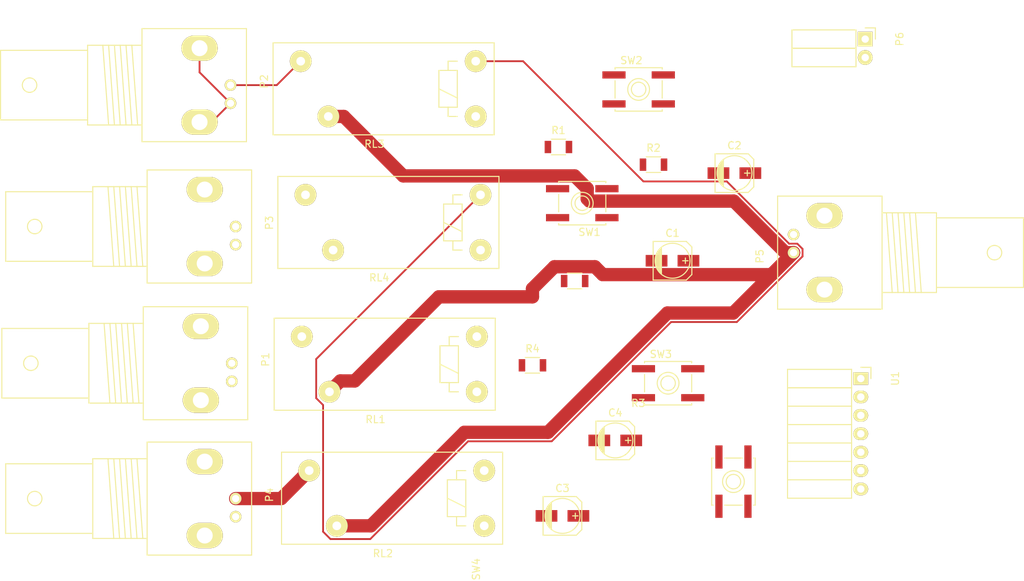
<source format=kicad_pcb>
(kicad_pcb (version 4) (host pcbnew 4.0.1-stable)

  (general
    (links 51)
    (no_connects 51)
    (area 0 0 0 0)
    (thickness 1.6)
    (drawings 0)
    (tracks 54)
    (zones 0)
    (modules 23)
    (nets 26)
  )

  (page A4)
  (layers
    (0 F.Cu signal)
    (31 B.Cu signal)
    (32 B.Adhes user)
    (33 F.Adhes user)
    (34 B.Paste user)
    (35 F.Paste user)
    (36 B.SilkS user)
    (37 F.SilkS user)
    (38 B.Mask user)
    (39 F.Mask user)
    (40 Dwgs.User user)
    (41 Cmts.User user)
    (42 Eco1.User user)
    (43 Eco2.User user)
    (44 Edge.Cuts user)
    (45 Margin user)
    (46 B.CrtYd user)
    (47 F.CrtYd user)
    (48 B.Fab user)
    (49 F.Fab user)
  )

  (setup
    (last_trace_width 1.83)
    (user_trace_width 1.83)
    (trace_clearance 0.2)
    (zone_clearance 0.508)
    (zone_45_only no)
    (trace_min 0.1)
    (segment_width 0.2)
    (edge_width 0.15)
    (via_size 0.6)
    (via_drill 0.4)
    (via_min_size 0.4)
    (via_min_drill 0.3)
    (user_via 2 1.83)
    (uvia_size 0.3)
    (uvia_drill 0.1)
    (uvias_allowed no)
    (uvia_min_size 0.2)
    (uvia_min_drill 0.1)
    (pcb_text_width 0.3)
    (pcb_text_size 1.5 1.5)
    (mod_edge_width 0.15)
    (mod_text_size 1 1)
    (mod_text_width 0.15)
    (pad_size 2.99974 2.99974)
    (pad_drill 1.19888)
    (pad_to_mask_clearance 0.2)
    (aux_axis_origin 0 0)
    (visible_elements FFFFFF7F)
    (pcbplotparams
      (layerselection 0x00030_80000001)
      (usegerberextensions false)
      (excludeedgelayer true)
      (linewidth 0.100000)
      (plotframeref false)
      (viasonmask false)
      (mode 1)
      (useauxorigin false)
      (hpglpennumber 1)
      (hpglpenspeed 20)
      (hpglpendiameter 15)
      (hpglpenoverlay 2)
      (psnegative false)
      (psa4output false)
      (plotreference true)
      (plotvalue true)
      (plotinvisibletext false)
      (padsonsilk false)
      (subtractmaskfromsilk false)
      (outputformat 1)
      (mirror false)
      (drillshape 1)
      (scaleselection 1)
      (outputdirectory ""))
  )

  (net 0 "")
  (net 1 "Net-(C1-Pad1)")
  (net 2 "Net-(C2-Pad1)")
  (net 3 "Net-(C2-Pad2)")
  (net 4 "Net-(C3-Pad1)")
  (net 5 "Net-(C4-Pad1)")
  (net 6 "Net-(P1-Pad2)")
  (net 7 "Net-(P1-Pad1)")
  (net 8 "Net-(P2-Pad1)")
  (net 9 "Net-(P3-Pad1)")
  (net 10 "Net-(P4-Pad1)")
  (net 11 "Net-(P5-Pad1)")
  (net 12 "Net-(R1-Pad2)")
  (net 13 "Net-(R2-Pad2)")
  (net 14 "Net-(R3-Pad2)")
  (net 15 "Net-(R4-Pad1)")
  (net 16 "Net-(R4-Pad2)")
  (net 17 "Net-(RL1-PadA2)")
  (net 18 "Net-(SW1-Pad2)")
  (net 19 "Net-(SW2-Pad2)")
  (net 20 "Net-(SW3-Pad1)")
  (net 21 "Net-(SW4-Pad2)")
  (net 22 GND)
  (net 23 "Net-(U1-Pad6)")
  (net 24 +12V)
  (net 25 "Net-(R5-Pad2)")

  (net_class Default "This is the default net class."
    (clearance 0.2)
    (trace_width 0.25)
    (via_dia 0.6)
    (via_drill 0.4)
    (uvia_dia 0.3)
    (uvia_drill 0.1)
    (add_net +12V)
    (add_net GND)
    (add_net "Net-(C1-Pad1)")
    (add_net "Net-(C2-Pad1)")
    (add_net "Net-(C2-Pad2)")
    (add_net "Net-(C3-Pad1)")
    (add_net "Net-(C4-Pad1)")
    (add_net "Net-(P1-Pad1)")
    (add_net "Net-(P1-Pad2)")
    (add_net "Net-(P2-Pad1)")
    (add_net "Net-(P3-Pad1)")
    (add_net "Net-(P4-Pad1)")
    (add_net "Net-(P5-Pad1)")
    (add_net "Net-(R1-Pad2)")
    (add_net "Net-(R2-Pad2)")
    (add_net "Net-(R3-Pad2)")
    (add_net "Net-(R4-Pad1)")
    (add_net "Net-(R4-Pad2)")
    (add_net "Net-(R5-Pad2)")
    (add_net "Net-(RL1-PadA2)")
    (add_net "Net-(SW1-Pad2)")
    (add_net "Net-(SW2-Pad2)")
    (add_net "Net-(SW3-Pad1)")
    (add_net "Net-(SW4-Pad2)")
    (add_net "Net-(U1-Pad6)")
  )

  (net_class rf50ohm18u ""
    (clearance 2)
    (trace_width 1.83)
    (via_dia 2)
    (via_drill 1.83)
    (uvia_dia 0.3)
    (uvia_drill 0.1)
  )

  (module Capacitors_SMD:c_elec_5x5.3 (layer F.Cu) (tedit 55725CA0) (tstamp 56CF7CA9)
    (at 185.166 97.9424)
    (descr "SMT capacitor, aluminium electrolytic, 5x5.3")
    (path /56CF8A87)
    (attr smd)
    (fp_text reference C1 (at 0 -3.81) (layer F.SilkS)
      (effects (font (size 1 1) (thickness 0.15)))
    )
    (fp_text value CP (at 0 3.81) (layer F.Fab)
      (effects (font (size 1 1) (thickness 0.15)))
    )
    (fp_line (start -3.95 -3) (end 3.95 -3) (layer F.CrtYd) (width 0.05))
    (fp_line (start 3.95 -3) (end 3.95 3) (layer F.CrtYd) (width 0.05))
    (fp_line (start 3.95 3) (end -3.95 3) (layer F.CrtYd) (width 0.05))
    (fp_line (start -3.95 3) (end -3.95 -3) (layer F.CrtYd) (width 0.05))
    (fp_line (start -2.286 -0.635) (end -2.286 0.762) (layer F.SilkS) (width 0.15))
    (fp_line (start -2.159 -0.889) (end -2.159 0.889) (layer F.SilkS) (width 0.15))
    (fp_line (start -2.032 -1.27) (end -2.032 1.27) (layer F.SilkS) (width 0.15))
    (fp_line (start -1.905 1.397) (end -1.905 -1.397) (layer F.SilkS) (width 0.15))
    (fp_line (start -1.778 -1.524) (end -1.778 1.524) (layer F.SilkS) (width 0.15))
    (fp_line (start -1.651 1.651) (end -1.651 -1.651) (layer F.SilkS) (width 0.15))
    (fp_line (start -1.524 -1.778) (end -1.524 1.778) (layer F.SilkS) (width 0.15))
    (fp_line (start -2.667 -2.667) (end 1.905 -2.667) (layer F.SilkS) (width 0.15))
    (fp_line (start 1.905 -2.667) (end 2.667 -1.905) (layer F.SilkS) (width 0.15))
    (fp_line (start 2.667 -1.905) (end 2.667 1.905) (layer F.SilkS) (width 0.15))
    (fp_line (start 2.667 1.905) (end 1.905 2.667) (layer F.SilkS) (width 0.15))
    (fp_line (start 1.905 2.667) (end -2.667 2.667) (layer F.SilkS) (width 0.15))
    (fp_line (start -2.667 2.667) (end -2.667 -2.667) (layer F.SilkS) (width 0.15))
    (fp_line (start 2.159 0) (end 1.397 0) (layer F.SilkS) (width 0.15))
    (fp_line (start 1.778 -0.381) (end 1.778 0.381) (layer F.SilkS) (width 0.15))
    (fp_circle (center 0 0) (end -2.413 0) (layer F.SilkS) (width 0.15))
    (pad 1 smd rect (at 2.19964 0) (size 2.99974 1.6002) (layers F.Cu F.Paste F.Mask)
      (net 1 "Net-(C1-Pad1)"))
    (pad 2 smd rect (at -2.19964 0) (size 2.99974 1.6002) (layers F.Cu F.Paste F.Mask)
      (net 22 GND))
    (model Capacitors_SMD.3dshapes/c_elec_5x5.3.wrl
      (at (xyz 0 0 0))
      (scale (xyz 1 1 1))
      (rotate (xyz 0 0 0))
    )
  )

  (module Capacitors_SMD:c_elec_5x5.3 (layer F.Cu) (tedit 55725CA0) (tstamp 56CF7CAF)
    (at 193.7004 85.852)
    (descr "SMT capacitor, aluminium electrolytic, 5x5.3")
    (path /56CF8A11)
    (attr smd)
    (fp_text reference C2 (at 0 -3.81) (layer F.SilkS)
      (effects (font (size 1 1) (thickness 0.15)))
    )
    (fp_text value CP (at 0 3.81) (layer F.Fab)
      (effects (font (size 1 1) (thickness 0.15)))
    )
    (fp_line (start -3.95 -3) (end 3.95 -3) (layer F.CrtYd) (width 0.05))
    (fp_line (start 3.95 -3) (end 3.95 3) (layer F.CrtYd) (width 0.05))
    (fp_line (start 3.95 3) (end -3.95 3) (layer F.CrtYd) (width 0.05))
    (fp_line (start -3.95 3) (end -3.95 -3) (layer F.CrtYd) (width 0.05))
    (fp_line (start -2.286 -0.635) (end -2.286 0.762) (layer F.SilkS) (width 0.15))
    (fp_line (start -2.159 -0.889) (end -2.159 0.889) (layer F.SilkS) (width 0.15))
    (fp_line (start -2.032 -1.27) (end -2.032 1.27) (layer F.SilkS) (width 0.15))
    (fp_line (start -1.905 1.397) (end -1.905 -1.397) (layer F.SilkS) (width 0.15))
    (fp_line (start -1.778 -1.524) (end -1.778 1.524) (layer F.SilkS) (width 0.15))
    (fp_line (start -1.651 1.651) (end -1.651 -1.651) (layer F.SilkS) (width 0.15))
    (fp_line (start -1.524 -1.778) (end -1.524 1.778) (layer F.SilkS) (width 0.15))
    (fp_line (start -2.667 -2.667) (end 1.905 -2.667) (layer F.SilkS) (width 0.15))
    (fp_line (start 1.905 -2.667) (end 2.667 -1.905) (layer F.SilkS) (width 0.15))
    (fp_line (start 2.667 -1.905) (end 2.667 1.905) (layer F.SilkS) (width 0.15))
    (fp_line (start 2.667 1.905) (end 1.905 2.667) (layer F.SilkS) (width 0.15))
    (fp_line (start 1.905 2.667) (end -2.667 2.667) (layer F.SilkS) (width 0.15))
    (fp_line (start -2.667 2.667) (end -2.667 -2.667) (layer F.SilkS) (width 0.15))
    (fp_line (start 2.159 0) (end 1.397 0) (layer F.SilkS) (width 0.15))
    (fp_line (start 1.778 -0.381) (end 1.778 0.381) (layer F.SilkS) (width 0.15))
    (fp_circle (center 0 0) (end -2.413 0) (layer F.SilkS) (width 0.15))
    (pad 1 smd rect (at 2.19964 0) (size 2.99974 1.6002) (layers F.Cu F.Paste F.Mask)
      (net 2 "Net-(C2-Pad1)"))
    (pad 2 smd rect (at -2.19964 0) (size 2.99974 1.6002) (layers F.Cu F.Paste F.Mask)
      (net 3 "Net-(C2-Pad2)"))
    (model Capacitors_SMD.3dshapes/c_elec_5x5.3.wrl
      (at (xyz 0 0 0))
      (scale (xyz 1 1 1))
      (rotate (xyz 0 0 0))
    )
  )

  (module Capacitors_SMD:c_elec_5x5.3 (layer F.Cu) (tedit 55725CA0) (tstamp 56CF7CB5)
    (at 169.99204 133.1468)
    (descr "SMT capacitor, aluminium electrolytic, 5x5.3")
    (path /56CF8A49)
    (attr smd)
    (fp_text reference C3 (at 0 -3.81) (layer F.SilkS)
      (effects (font (size 1 1) (thickness 0.15)))
    )
    (fp_text value CP (at 1.84404 5.3848) (layer F.Fab)
      (effects (font (size 1 1) (thickness 0.15)))
    )
    (fp_line (start -3.95 -3) (end 3.95 -3) (layer F.CrtYd) (width 0.05))
    (fp_line (start 3.95 -3) (end 3.95 3) (layer F.CrtYd) (width 0.05))
    (fp_line (start 3.95 3) (end -3.95 3) (layer F.CrtYd) (width 0.05))
    (fp_line (start -3.95 3) (end -3.95 -3) (layer F.CrtYd) (width 0.05))
    (fp_line (start -2.286 -0.635) (end -2.286 0.762) (layer F.SilkS) (width 0.15))
    (fp_line (start -2.159 -0.889) (end -2.159 0.889) (layer F.SilkS) (width 0.15))
    (fp_line (start -2.032 -1.27) (end -2.032 1.27) (layer F.SilkS) (width 0.15))
    (fp_line (start -1.905 1.397) (end -1.905 -1.397) (layer F.SilkS) (width 0.15))
    (fp_line (start -1.778 -1.524) (end -1.778 1.524) (layer F.SilkS) (width 0.15))
    (fp_line (start -1.651 1.651) (end -1.651 -1.651) (layer F.SilkS) (width 0.15))
    (fp_line (start -1.524 -1.778) (end -1.524 1.778) (layer F.SilkS) (width 0.15))
    (fp_line (start -2.667 -2.667) (end 1.905 -2.667) (layer F.SilkS) (width 0.15))
    (fp_line (start 1.905 -2.667) (end 2.667 -1.905) (layer F.SilkS) (width 0.15))
    (fp_line (start 2.667 -1.905) (end 2.667 1.905) (layer F.SilkS) (width 0.15))
    (fp_line (start 2.667 1.905) (end 1.905 2.667) (layer F.SilkS) (width 0.15))
    (fp_line (start 1.905 2.667) (end -2.667 2.667) (layer F.SilkS) (width 0.15))
    (fp_line (start -2.667 2.667) (end -2.667 -2.667) (layer F.SilkS) (width 0.15))
    (fp_line (start 2.159 0) (end 1.397 0) (layer F.SilkS) (width 0.15))
    (fp_line (start 1.778 -0.381) (end 1.778 0.381) (layer F.SilkS) (width 0.15))
    (fp_circle (center 0 0) (end -2.413 0) (layer F.SilkS) (width 0.15))
    (pad 1 smd rect (at 2.19964 0) (size 2.99974 1.6002) (layers F.Cu F.Paste F.Mask)
      (net 4 "Net-(C3-Pad1)"))
    (pad 2 smd rect (at -2.19964 0) (size 2.99974 1.6002) (layers F.Cu F.Paste F.Mask)
      (net 22 GND))
    (model Capacitors_SMD.3dshapes/c_elec_5x5.3.wrl
      (at (xyz 0 0 0))
      (scale (xyz 1 1 1))
      (rotate (xyz 0 0 0))
    )
  )

  (module Capacitors_SMD:c_elec_5x5.3 (layer F.Cu) (tedit 55725CA0) (tstamp 56CF7CBB)
    (at 177.27676 122.7328)
    (descr "SMT capacitor, aluminium electrolytic, 5x5.3")
    (path /56CF8961)
    (attr smd)
    (fp_text reference C4 (at 0 -3.81) (layer F.SilkS)
      (effects (font (size 1 1) (thickness 0.15)))
    )
    (fp_text value CP (at 0 3.81) (layer F.Fab)
      (effects (font (size 1 1) (thickness 0.15)))
    )
    (fp_line (start -3.95 -3) (end 3.95 -3) (layer F.CrtYd) (width 0.05))
    (fp_line (start 3.95 -3) (end 3.95 3) (layer F.CrtYd) (width 0.05))
    (fp_line (start 3.95 3) (end -3.95 3) (layer F.CrtYd) (width 0.05))
    (fp_line (start -3.95 3) (end -3.95 -3) (layer F.CrtYd) (width 0.05))
    (fp_line (start -2.286 -0.635) (end -2.286 0.762) (layer F.SilkS) (width 0.15))
    (fp_line (start -2.159 -0.889) (end -2.159 0.889) (layer F.SilkS) (width 0.15))
    (fp_line (start -2.032 -1.27) (end -2.032 1.27) (layer F.SilkS) (width 0.15))
    (fp_line (start -1.905 1.397) (end -1.905 -1.397) (layer F.SilkS) (width 0.15))
    (fp_line (start -1.778 -1.524) (end -1.778 1.524) (layer F.SilkS) (width 0.15))
    (fp_line (start -1.651 1.651) (end -1.651 -1.651) (layer F.SilkS) (width 0.15))
    (fp_line (start -1.524 -1.778) (end -1.524 1.778) (layer F.SilkS) (width 0.15))
    (fp_line (start -2.667 -2.667) (end 1.905 -2.667) (layer F.SilkS) (width 0.15))
    (fp_line (start 1.905 -2.667) (end 2.667 -1.905) (layer F.SilkS) (width 0.15))
    (fp_line (start 2.667 -1.905) (end 2.667 1.905) (layer F.SilkS) (width 0.15))
    (fp_line (start 2.667 1.905) (end 1.905 2.667) (layer F.SilkS) (width 0.15))
    (fp_line (start 1.905 2.667) (end -2.667 2.667) (layer F.SilkS) (width 0.15))
    (fp_line (start -2.667 2.667) (end -2.667 -2.667) (layer F.SilkS) (width 0.15))
    (fp_line (start 2.159 0) (end 1.397 0) (layer F.SilkS) (width 0.15))
    (fp_line (start 1.778 -0.381) (end 1.778 0.381) (layer F.SilkS) (width 0.15))
    (fp_circle (center 0 0) (end -2.413 0) (layer F.SilkS) (width 0.15))
    (pad 1 smd rect (at 2.19964 0) (size 2.99974 1.6002) (layers F.Cu F.Paste F.Mask)
      (net 5 "Net-(C4-Pad1)"))
    (pad 2 smd rect (at -2.19964 0) (size 2.99974 1.6002) (layers F.Cu F.Paste F.Mask)
      (net 22 GND))
    (model Capacitors_SMD.3dshapes/c_elec_5x5.3.wrl
      (at (xyz 0 0 0))
      (scale (xyz 1 1 1))
      (rotate (xyz 0 0 0))
    )
  )

  (module Sockets_BNC:BNC_Socket_TYCO-AMP (layer F.Cu) (tedit 0) (tstamp 56CF7CC3)
    (at 119.4054 112.08512 90)
    (descr "BNC Socket TYCO AMP")
    (tags "BNC Socket TYCO AMP")
    (path /56CCDF98)
    (fp_text reference P1 (at 0.508 9.652 90) (layer F.SilkS)
      (effects (font (size 1 1) (thickness 0.15)))
    )
    (fp_text value BNC (at 10.89914 -9.6012 180) (layer F.Fab)
      (effects (font (size 1 1) (thickness 0.15)))
    )
    (fp_line (start -5.4991 -11.80084) (end 5.4991 -12.60094) (layer F.SilkS) (width 0.15))
    (fp_line (start -5.4991 -11.00074) (end 5.4991 -11.80084) (layer F.SilkS) (width 0.15))
    (fp_line (start -5.4991 -10.20064) (end 5.4991 -11.00074) (layer F.SilkS) (width 0.15))
    (fp_line (start -5.4991 -9.40054) (end 5.4991 -10.20064) (layer F.SilkS) (width 0.15))
    (fp_line (start -5.4991 -8.60044) (end 5.4991 -9.40054) (layer F.SilkS) (width 0.15))
    (fp_line (start -5.4991 -7.80034) (end 5.4991 -8.60044) (layer F.SilkS) (width 0.15))
    (fp_circle (center 0 -22.69998) (end 1.00076 -22.69998) (layer F.SilkS) (width 0.15))
    (fp_line (start 4.8006 -14.69898) (end 4.8006 -26.70048) (layer F.SilkS) (width 0.15))
    (fp_line (start 4.8006 -26.70048) (end -4.8006 -26.70048) (layer F.SilkS) (width 0.15))
    (fp_line (start -4.8006 -26.70048) (end -4.8006 -14.69898) (layer F.SilkS) (width 0.15))
    (fp_line (start 5.4991 -7.2009) (end 5.4991 -14.69898) (layer F.SilkS) (width 0.15))
    (fp_line (start 5.4991 -14.69898) (end -5.4991 -14.69898) (layer F.SilkS) (width 0.15))
    (fp_line (start -5.4991 -14.69898) (end -5.4991 -7.2009) (layer F.SilkS) (width 0.15))
    (fp_line (start -7.80034 7.2009) (end 7.80034 7.2009) (layer F.SilkS) (width 0.15))
    (fp_line (start 7.80034 7.2009) (end 7.80034 -7.2009) (layer F.SilkS) (width 0.15))
    (fp_line (start 7.80034 -7.2009) (end -7.80034 -7.2009) (layer F.SilkS) (width 0.15))
    (fp_line (start -7.80034 -7.2009) (end -7.80034 7.2009) (layer F.SilkS) (width 0.15))
    (pad 2 thru_hole oval (at -5.09778 0.7366 90) (size 3.50012 5.00126) (drill 2.19964) (layers *.Cu *.Mask F.SilkS)
      (net 6 "Net-(P1-Pad2)"))
    (pad 2 thru_hole oval (at 5.10032 0.7366 90) (size 3.50012 5.00126) (drill 2.19964) (layers *.Cu *.Mask F.SilkS)
      (net 6 "Net-(P1-Pad2)"))
    (pad 1 thru_hole circle (at 0 5.00126 90) (size 1.6002 1.6002) (drill 1.00076) (layers *.Cu *.Mask F.SilkS)
      (net 7 "Net-(P1-Pad1)"))
    (pad 2 thru_hole circle (at -2.49936 5.00126 90) (size 1.6002 1.6002) (drill 1.00076) (layers *.Cu *.Mask F.SilkS)
      (net 6 "Net-(P1-Pad2)"))
    (model Sockets_BNC.3dshapes/BNC_Socket_TYCO-AMP.wrl
      (at (xyz 0 0 0))
      (scale (xyz 0.3937 0.3937 0.3937))
      (rotate (xyz 0 0 0))
    )
  )

  (module Sockets_BNC:BNC_Socket_TYCO-AMP (layer F.Cu) (tedit 0) (tstamp 56CF7CCB)
    (at 119.2276 73.7108 90)
    (descr "BNC Socket TYCO AMP")
    (tags "BNC Socket TYCO AMP")
    (path /56CCDF36)
    (fp_text reference P2 (at 0.508 9.652 90) (layer F.SilkS)
      (effects (font (size 1 1) (thickness 0.15)))
    )
    (fp_text value BNC (at 10.89914 -9.6012 180) (layer F.Fab)
      (effects (font (size 1 1) (thickness 0.15)))
    )
    (fp_line (start -5.4991 -11.80084) (end 5.4991 -12.60094) (layer F.SilkS) (width 0.15))
    (fp_line (start -5.4991 -11.00074) (end 5.4991 -11.80084) (layer F.SilkS) (width 0.15))
    (fp_line (start -5.4991 -10.20064) (end 5.4991 -11.00074) (layer F.SilkS) (width 0.15))
    (fp_line (start -5.4991 -9.40054) (end 5.4991 -10.20064) (layer F.SilkS) (width 0.15))
    (fp_line (start -5.4991 -8.60044) (end 5.4991 -9.40054) (layer F.SilkS) (width 0.15))
    (fp_line (start -5.4991 -7.80034) (end 5.4991 -8.60044) (layer F.SilkS) (width 0.15))
    (fp_circle (center 0 -22.69998) (end 1.00076 -22.69998) (layer F.SilkS) (width 0.15))
    (fp_line (start 4.8006 -14.69898) (end 4.8006 -26.70048) (layer F.SilkS) (width 0.15))
    (fp_line (start 4.8006 -26.70048) (end -4.8006 -26.70048) (layer F.SilkS) (width 0.15))
    (fp_line (start -4.8006 -26.70048) (end -4.8006 -14.69898) (layer F.SilkS) (width 0.15))
    (fp_line (start 5.4991 -7.2009) (end 5.4991 -14.69898) (layer F.SilkS) (width 0.15))
    (fp_line (start 5.4991 -14.69898) (end -5.4991 -14.69898) (layer F.SilkS) (width 0.15))
    (fp_line (start -5.4991 -14.69898) (end -5.4991 -7.2009) (layer F.SilkS) (width 0.15))
    (fp_line (start -7.80034 7.2009) (end 7.80034 7.2009) (layer F.SilkS) (width 0.15))
    (fp_line (start 7.80034 7.2009) (end 7.80034 -7.2009) (layer F.SilkS) (width 0.15))
    (fp_line (start 7.80034 -7.2009) (end -7.80034 -7.2009) (layer F.SilkS) (width 0.15))
    (fp_line (start -7.80034 -7.2009) (end -7.80034 7.2009) (layer F.SilkS) (width 0.15))
    (pad 2 thru_hole oval (at -5.09778 0.7366 90) (size 3.50012 5.00126) (drill 2.19964) (layers *.Cu *.Mask F.SilkS)
      (net 6 "Net-(P1-Pad2)"))
    (pad 2 thru_hole oval (at 5.10032 0.7366 90) (size 3.50012 5.00126) (drill 2.19964) (layers *.Cu *.Mask F.SilkS)
      (net 6 "Net-(P1-Pad2)"))
    (pad 1 thru_hole circle (at 0 5.00126 90) (size 1.6002 1.6002) (drill 1.00076) (layers *.Cu *.Mask F.SilkS)
      (net 8 "Net-(P2-Pad1)"))
    (pad 2 thru_hole circle (at -2.49936 5.00126 90) (size 1.6002 1.6002) (drill 1.00076) (layers *.Cu *.Mask F.SilkS)
      (net 6 "Net-(P1-Pad2)"))
    (model Sockets_BNC.3dshapes/BNC_Socket_TYCO-AMP.wrl
      (at (xyz 0 0 0))
      (scale (xyz 0.3937 0.3937 0.3937))
      (rotate (xyz 0 0 0))
    )
  )

  (module Sockets_BNC:BNC_Socket_TYCO-AMP (layer F.Cu) (tedit 0) (tstamp 56CF7CD3)
    (at 119.9388 93.218 90)
    (descr "BNC Socket TYCO AMP")
    (tags "BNC Socket TYCO AMP")
    (path /56CCDECF)
    (fp_text reference P3 (at 0.508 9.652 90) (layer F.SilkS)
      (effects (font (size 1 1) (thickness 0.15)))
    )
    (fp_text value BNC (at 10.89914 -9.6012 180) (layer F.Fab)
      (effects (font (size 1 1) (thickness 0.15)))
    )
    (fp_line (start -5.4991 -11.80084) (end 5.4991 -12.60094) (layer F.SilkS) (width 0.15))
    (fp_line (start -5.4991 -11.00074) (end 5.4991 -11.80084) (layer F.SilkS) (width 0.15))
    (fp_line (start -5.4991 -10.20064) (end 5.4991 -11.00074) (layer F.SilkS) (width 0.15))
    (fp_line (start -5.4991 -9.40054) (end 5.4991 -10.20064) (layer F.SilkS) (width 0.15))
    (fp_line (start -5.4991 -8.60044) (end 5.4991 -9.40054) (layer F.SilkS) (width 0.15))
    (fp_line (start -5.4991 -7.80034) (end 5.4991 -8.60044) (layer F.SilkS) (width 0.15))
    (fp_circle (center 0 -22.69998) (end 1.00076 -22.69998) (layer F.SilkS) (width 0.15))
    (fp_line (start 4.8006 -14.69898) (end 4.8006 -26.70048) (layer F.SilkS) (width 0.15))
    (fp_line (start 4.8006 -26.70048) (end -4.8006 -26.70048) (layer F.SilkS) (width 0.15))
    (fp_line (start -4.8006 -26.70048) (end -4.8006 -14.69898) (layer F.SilkS) (width 0.15))
    (fp_line (start 5.4991 -7.2009) (end 5.4991 -14.69898) (layer F.SilkS) (width 0.15))
    (fp_line (start 5.4991 -14.69898) (end -5.4991 -14.69898) (layer F.SilkS) (width 0.15))
    (fp_line (start -5.4991 -14.69898) (end -5.4991 -7.2009) (layer F.SilkS) (width 0.15))
    (fp_line (start -7.80034 7.2009) (end 7.80034 7.2009) (layer F.SilkS) (width 0.15))
    (fp_line (start 7.80034 7.2009) (end 7.80034 -7.2009) (layer F.SilkS) (width 0.15))
    (fp_line (start 7.80034 -7.2009) (end -7.80034 -7.2009) (layer F.SilkS) (width 0.15))
    (fp_line (start -7.80034 -7.2009) (end -7.80034 7.2009) (layer F.SilkS) (width 0.15))
    (pad 2 thru_hole oval (at -5.09778 0.7366 90) (size 3.50012 5.00126) (drill 2.19964) (layers *.Cu *.Mask F.SilkS)
      (net 6 "Net-(P1-Pad2)"))
    (pad 2 thru_hole oval (at 5.10032 0.7366 90) (size 3.50012 5.00126) (drill 2.19964) (layers *.Cu *.Mask F.SilkS)
      (net 6 "Net-(P1-Pad2)"))
    (pad 1 thru_hole circle (at 0 5.00126 90) (size 1.6002 1.6002) (drill 1.00076) (layers *.Cu *.Mask F.SilkS)
      (net 9 "Net-(P3-Pad1)"))
    (pad 2 thru_hole circle (at -2.49936 5.00126 90) (size 1.6002 1.6002) (drill 1.00076) (layers *.Cu *.Mask F.SilkS)
      (net 6 "Net-(P1-Pad2)"))
    (model Sockets_BNC.3dshapes/BNC_Socket_TYCO-AMP.wrl
      (at (xyz 0 0 0))
      (scale (xyz 0.3937 0.3937 0.3937))
      (rotate (xyz 0 0 0))
    )
  )

  (module Sockets_BNC:BNC_Socket_TYCO-AMP (layer F.Cu) (tedit 0) (tstamp 56CF7CDB)
    (at 119.9388 130.7592 90)
    (descr "BNC Socket TYCO AMP")
    (tags "BNC Socket TYCO AMP")
    (path /56CCDFED)
    (fp_text reference P4 (at 0.508 9.652 90) (layer F.SilkS)
      (effects (font (size 1 1) (thickness 0.15)))
    )
    (fp_text value BNC (at 10.89914 -9.6012 180) (layer F.Fab)
      (effects (font (size 1 1) (thickness 0.15)))
    )
    (fp_line (start -5.4991 -11.80084) (end 5.4991 -12.60094) (layer F.SilkS) (width 0.15))
    (fp_line (start -5.4991 -11.00074) (end 5.4991 -11.80084) (layer F.SilkS) (width 0.15))
    (fp_line (start -5.4991 -10.20064) (end 5.4991 -11.00074) (layer F.SilkS) (width 0.15))
    (fp_line (start -5.4991 -9.40054) (end 5.4991 -10.20064) (layer F.SilkS) (width 0.15))
    (fp_line (start -5.4991 -8.60044) (end 5.4991 -9.40054) (layer F.SilkS) (width 0.15))
    (fp_line (start -5.4991 -7.80034) (end 5.4991 -8.60044) (layer F.SilkS) (width 0.15))
    (fp_circle (center 0 -22.69998) (end 1.00076 -22.69998) (layer F.SilkS) (width 0.15))
    (fp_line (start 4.8006 -14.69898) (end 4.8006 -26.70048) (layer F.SilkS) (width 0.15))
    (fp_line (start 4.8006 -26.70048) (end -4.8006 -26.70048) (layer F.SilkS) (width 0.15))
    (fp_line (start -4.8006 -26.70048) (end -4.8006 -14.69898) (layer F.SilkS) (width 0.15))
    (fp_line (start 5.4991 -7.2009) (end 5.4991 -14.69898) (layer F.SilkS) (width 0.15))
    (fp_line (start 5.4991 -14.69898) (end -5.4991 -14.69898) (layer F.SilkS) (width 0.15))
    (fp_line (start -5.4991 -14.69898) (end -5.4991 -7.2009) (layer F.SilkS) (width 0.15))
    (fp_line (start -7.80034 7.2009) (end 7.80034 7.2009) (layer F.SilkS) (width 0.15))
    (fp_line (start 7.80034 7.2009) (end 7.80034 -7.2009) (layer F.SilkS) (width 0.15))
    (fp_line (start 7.80034 -7.2009) (end -7.80034 -7.2009) (layer F.SilkS) (width 0.15))
    (fp_line (start -7.80034 -7.2009) (end -7.80034 7.2009) (layer F.SilkS) (width 0.15))
    (pad 2 thru_hole oval (at -5.09778 0.7366 90) (size 3.50012 5.00126) (drill 2.19964) (layers *.Cu *.Mask F.SilkS)
      (net 6 "Net-(P1-Pad2)"))
    (pad 2 thru_hole oval (at 5.10032 0.7366 90) (size 3.50012 5.00126) (drill 2.19964) (layers *.Cu *.Mask F.SilkS)
      (net 6 "Net-(P1-Pad2)"))
    (pad 1 thru_hole circle (at 0 5.00126 90) (size 1.6002 1.6002) (drill 1.00076) (layers *.Cu *.Mask F.SilkS)
      (net 10 "Net-(P4-Pad1)"))
    (pad 2 thru_hole circle (at -2.49936 5.00126 90) (size 1.6002 1.6002) (drill 1.00076) (layers *.Cu *.Mask F.SilkS)
      (net 6 "Net-(P1-Pad2)"))
    (model Sockets_BNC.3dshapes/BNC_Socket_TYCO-AMP.wrl
      (at (xyz 0 0 0))
      (scale (xyz 0.3937 0.3937 0.3937))
      (rotate (xyz 0 0 0))
    )
  )

  (module Sockets_BNC:BNC_Socket_TYCO-AMP (layer F.Cu) (tedit 0) (tstamp 56CF7CE3)
    (at 206.8576 96.8248 270)
    (descr "BNC Socket TYCO AMP")
    (tags "BNC Socket TYCO AMP")
    (path /56CCDDFB)
    (fp_text reference P5 (at 0.508 9.652 270) (layer F.SilkS)
      (effects (font (size 1 1) (thickness 0.15)))
    )
    (fp_text value BNC (at 10.89914 -9.6012 360) (layer F.Fab)
      (effects (font (size 1 1) (thickness 0.15)))
    )
    (fp_line (start -5.4991 -11.80084) (end 5.4991 -12.60094) (layer F.SilkS) (width 0.15))
    (fp_line (start -5.4991 -11.00074) (end 5.4991 -11.80084) (layer F.SilkS) (width 0.15))
    (fp_line (start -5.4991 -10.20064) (end 5.4991 -11.00074) (layer F.SilkS) (width 0.15))
    (fp_line (start -5.4991 -9.40054) (end 5.4991 -10.20064) (layer F.SilkS) (width 0.15))
    (fp_line (start -5.4991 -8.60044) (end 5.4991 -9.40054) (layer F.SilkS) (width 0.15))
    (fp_line (start -5.4991 -7.80034) (end 5.4991 -8.60044) (layer F.SilkS) (width 0.15))
    (fp_circle (center 0 -22.69998) (end 1.00076 -22.69998) (layer F.SilkS) (width 0.15))
    (fp_line (start 4.8006 -14.69898) (end 4.8006 -26.70048) (layer F.SilkS) (width 0.15))
    (fp_line (start 4.8006 -26.70048) (end -4.8006 -26.70048) (layer F.SilkS) (width 0.15))
    (fp_line (start -4.8006 -26.70048) (end -4.8006 -14.69898) (layer F.SilkS) (width 0.15))
    (fp_line (start 5.4991 -7.2009) (end 5.4991 -14.69898) (layer F.SilkS) (width 0.15))
    (fp_line (start 5.4991 -14.69898) (end -5.4991 -14.69898) (layer F.SilkS) (width 0.15))
    (fp_line (start -5.4991 -14.69898) (end -5.4991 -7.2009) (layer F.SilkS) (width 0.15))
    (fp_line (start -7.80034 7.2009) (end 7.80034 7.2009) (layer F.SilkS) (width 0.15))
    (fp_line (start 7.80034 7.2009) (end 7.80034 -7.2009) (layer F.SilkS) (width 0.15))
    (fp_line (start 7.80034 -7.2009) (end -7.80034 -7.2009) (layer F.SilkS) (width 0.15))
    (fp_line (start -7.80034 -7.2009) (end -7.80034 7.2009) (layer F.SilkS) (width 0.15))
    (pad 2 thru_hole oval (at -5.09778 0.7366 270) (size 3.50012 5.00126) (drill 2.19964) (layers *.Cu *.Mask F.SilkS)
      (net 6 "Net-(P1-Pad2)"))
    (pad 2 thru_hole oval (at 5.10032 0.7366 270) (size 3.50012 5.00126) (drill 2.19964) (layers *.Cu *.Mask F.SilkS)
      (net 6 "Net-(P1-Pad2)"))
    (pad 1 thru_hole circle (at 0 5.00126 270) (size 1.6002 1.6002) (drill 1.00076) (layers *.Cu *.Mask F.SilkS)
      (net 11 "Net-(P5-Pad1)"))
    (pad 2 thru_hole circle (at -2.49936 5.00126 270) (size 1.6002 1.6002) (drill 1.00076) (layers *.Cu *.Mask F.SilkS)
      (net 6 "Net-(P1-Pad2)"))
    (model Sockets_BNC.3dshapes/BNC_Socket_TYCO-AMP.wrl
      (at (xyz 0 0 0))
      (scale (xyz 0.3937 0.3937 0.3937))
      (rotate (xyz 0 0 0))
    )
  )

  (module Socket_Strips:Socket_Strip_Angled_1x02 (layer F.Cu) (tedit 0) (tstamp 56CF7CE9)
    (at 211.7344 67.3608 270)
    (descr "Through hole socket strip")
    (tags "socket strip")
    (path /56CF884C)
    (fp_text reference P6 (at 0 -4.75 270) (layer F.SilkS)
      (effects (font (size 1 1) (thickness 0.15)))
    )
    (fp_text value CONN_01X02 (at 0 -2.75 270) (layer F.Fab)
      (effects (font (size 1 1) (thickness 0.15)))
    )
    (fp_line (start -1.75 -1.5) (end -1.75 10.6) (layer F.CrtYd) (width 0.05))
    (fp_line (start 4.3 -1.5) (end 4.3 10.6) (layer F.CrtYd) (width 0.05))
    (fp_line (start -1.75 -1.5) (end 4.3 -1.5) (layer F.CrtYd) (width 0.05))
    (fp_line (start -1.75 10.6) (end 4.3 10.6) (layer F.CrtYd) (width 0.05))
    (fp_line (start 3.81 10.1) (end 3.81 1.27) (layer F.SilkS) (width 0.15))
    (fp_line (start 1.27 10.1) (end 3.81 10.1) (layer F.SilkS) (width 0.15))
    (fp_line (start 1.27 1.27) (end 1.27 10.1) (layer F.SilkS) (width 0.15))
    (fp_line (start 1.27 1.27) (end 3.81 1.27) (layer F.SilkS) (width 0.15))
    (fp_line (start -1.27 1.27) (end 1.27 1.27) (layer F.SilkS) (width 0.15))
    (fp_line (start 0 -1.4) (end -1.55 -1.4) (layer F.SilkS) (width 0.15))
    (fp_line (start -1.55 -1.4) (end -1.55 0) (layer F.SilkS) (width 0.15))
    (fp_line (start -1.27 1.27) (end -1.27 10.1) (layer F.SilkS) (width 0.15))
    (fp_line (start -1.27 10.1) (end 1.27 10.1) (layer F.SilkS) (width 0.15))
    (fp_line (start 1.27 10.1) (end 1.27 1.27) (layer F.SilkS) (width 0.15))
    (pad 1 thru_hole rect (at 0 0 270) (size 2.032 2.032) (drill 1.016) (layers *.Cu *.Mask F.SilkS)
      (net 22 GND))
    (pad 2 thru_hole oval (at 2.54 0 270) (size 2.032 2.032) (drill 1.016) (layers *.Cu *.Mask F.SilkS)
      (net 24 +12V))
    (model Socket_Strips.3dshapes/Socket_Strip_Angled_1x02.wrl
      (at (xyz 0.05 0 0))
      (scale (xyz 1 1 1))
      (rotate (xyz 0 0 180))
    )
  )

  (module Resistors_SMD:R_1206 (layer F.Cu) (tedit 5415CFA7) (tstamp 56CF7CEF)
    (at 169.4412 82.2452)
    (descr "Resistor SMD 1206, reflow soldering, Vishay (see dcrcw.pdf)")
    (tags "resistor 1206")
    (path /56CF98E5)
    (attr smd)
    (fp_text reference R1 (at 0 -2.3) (layer F.SilkS)
      (effects (font (size 1 1) (thickness 0.15)))
    )
    (fp_text value R (at 0 2.3) (layer F.Fab)
      (effects (font (size 1 1) (thickness 0.15)))
    )
    (fp_line (start -2.2 -1.2) (end 2.2 -1.2) (layer F.CrtYd) (width 0.05))
    (fp_line (start -2.2 1.2) (end 2.2 1.2) (layer F.CrtYd) (width 0.05))
    (fp_line (start -2.2 -1.2) (end -2.2 1.2) (layer F.CrtYd) (width 0.05))
    (fp_line (start 2.2 -1.2) (end 2.2 1.2) (layer F.CrtYd) (width 0.05))
    (fp_line (start 1 1.075) (end -1 1.075) (layer F.SilkS) (width 0.15))
    (fp_line (start -1 -1.075) (end 1 -1.075) (layer F.SilkS) (width 0.15))
    (pad 1 smd rect (at -1.45 0) (size 0.9 1.7) (layers F.Cu F.Paste F.Mask)
      (net 1 "Net-(C1-Pad1)"))
    (pad 2 smd rect (at 1.45 0) (size 0.9 1.7) (layers F.Cu F.Paste F.Mask)
      (net 12 "Net-(R1-Pad2)"))
    (model Resistors_SMD.3dshapes/R_1206.wrl
      (at (xyz 0 0 0))
      (scale (xyz 1 1 1))
      (rotate (xyz 0 0 0))
    )
  )

  (module Resistors_SMD:R_1206 (layer F.Cu) (tedit 5415CFA7) (tstamp 56CF7CF5)
    (at 182.5476 84.6836)
    (descr "Resistor SMD 1206, reflow soldering, Vishay (see dcrcw.pdf)")
    (tags "resistor 1206")
    (path /56CF99AA)
    (attr smd)
    (fp_text reference R2 (at 0 -2.3) (layer F.SilkS)
      (effects (font (size 1 1) (thickness 0.15)))
    )
    (fp_text value R (at 0 2.3) (layer F.Fab)
      (effects (font (size 1 1) (thickness 0.15)))
    )
    (fp_line (start -2.2 -1.2) (end 2.2 -1.2) (layer F.CrtYd) (width 0.05))
    (fp_line (start -2.2 1.2) (end 2.2 1.2) (layer F.CrtYd) (width 0.05))
    (fp_line (start -2.2 -1.2) (end -2.2 1.2) (layer F.CrtYd) (width 0.05))
    (fp_line (start 2.2 -1.2) (end 2.2 1.2) (layer F.CrtYd) (width 0.05))
    (fp_line (start 1 1.075) (end -1 1.075) (layer F.SilkS) (width 0.15))
    (fp_line (start -1 -1.075) (end 1 -1.075) (layer F.SilkS) (width 0.15))
    (pad 1 smd rect (at -1.45 0) (size 0.9 1.7) (layers F.Cu F.Paste F.Mask)
      (net 2 "Net-(C2-Pad1)"))
    (pad 2 smd rect (at 1.45 0) (size 0.9 1.7) (layers F.Cu F.Paste F.Mask)
      (net 13 "Net-(R2-Pad2)"))
    (model Resistors_SMD.3dshapes/R_1206.wrl
      (at (xyz 0 0 0))
      (scale (xyz 1 1 1))
      (rotate (xyz 0 0 0))
    )
  )

  (module Resistors_SMD:R_1206 (layer F.Cu) (tedit 5415CFA7) (tstamp 56CF7CFB)
    (at 171.6764 100.7364)
    (descr "Resistor SMD 1206, reflow soldering, Vishay (see dcrcw.pdf)")
    (tags "resistor 1206")
    (path /56CF9A23)
    (attr smd)
    (fp_text reference R3 (at 8.7757 16.8656) (layer F.SilkS)
      (effects (font (size 1 1) (thickness 0.15)))
    )
    (fp_text value R (at 15.1257 9.6012) (layer F.Fab)
      (effects (font (size 1 1) (thickness 0.15)))
    )
    (fp_line (start -2.2 -1.2) (end 2.2 -1.2) (layer F.CrtYd) (width 0.05))
    (fp_line (start -2.2 1.2) (end 2.2 1.2) (layer F.CrtYd) (width 0.05))
    (fp_line (start -2.2 -1.2) (end -2.2 1.2) (layer F.CrtYd) (width 0.05))
    (fp_line (start 2.2 -1.2) (end 2.2 1.2) (layer F.CrtYd) (width 0.05))
    (fp_line (start 1 1.075) (end -1 1.075) (layer F.SilkS) (width 0.15))
    (fp_line (start -1 -1.075) (end 1 -1.075) (layer F.SilkS) (width 0.15))
    (pad 1 smd rect (at -1.45 0) (size 0.9 1.7) (layers F.Cu F.Paste F.Mask)
      (net 4 "Net-(C3-Pad1)"))
    (pad 2 smd rect (at 1.45 0) (size 0.9 1.7) (layers F.Cu F.Paste F.Mask)
      (net 14 "Net-(R3-Pad2)"))
    (model Resistors_SMD.3dshapes/R_1206.wrl
      (at (xyz 0 0 0))
      (scale (xyz 1 1 1))
      (rotate (xyz 0 0 0))
    )
  )

  (module Resistors_SMD:R_1206 (layer F.Cu) (tedit 5415CFA7) (tstamp 56CF7D01)
    (at 165.862 112.3696)
    (descr "Resistor SMD 1206, reflow soldering, Vishay (see dcrcw.pdf)")
    (tags "resistor 1206")
    (path /56CF9AF7)
    (attr smd)
    (fp_text reference R4 (at 0 -2.3) (layer F.SilkS)
      (effects (font (size 1 1) (thickness 0.15)))
    )
    (fp_text value R (at 0 2.3) (layer F.Fab)
      (effects (font (size 1 1) (thickness 0.15)))
    )
    (fp_line (start -2.2 -1.2) (end 2.2 -1.2) (layer F.CrtYd) (width 0.05))
    (fp_line (start -2.2 1.2) (end 2.2 1.2) (layer F.CrtYd) (width 0.05))
    (fp_line (start -2.2 -1.2) (end -2.2 1.2) (layer F.CrtYd) (width 0.05))
    (fp_line (start 2.2 -1.2) (end 2.2 1.2) (layer F.CrtYd) (width 0.05))
    (fp_line (start 1 1.075) (end -1 1.075) (layer F.SilkS) (width 0.15))
    (fp_line (start -1 -1.075) (end 1 -1.075) (layer F.SilkS) (width 0.15))
    (pad 1 smd rect (at -1.45 0) (size 0.9 1.7) (layers F.Cu F.Paste F.Mask)
      (net 15 "Net-(R4-Pad1)"))
    (pad 2 smd rect (at 1.45 0) (size 0.9 1.7) (layers F.Cu F.Paste F.Mask)
      (net 16 "Net-(R4-Pad2)"))
    (model Resistors_SMD.3dshapes/R_1206.wrl
      (at (xyz 0 0 0))
      (scale (xyz 1 1 1))
      (rotate (xyz 0 0 0))
    )
  )

  (module Relays_ThroughHole:Relay_SPDT_Schrack-RP-II-1_RM3-5mm (layer F.Cu) (tedit 54C87679) (tstamp 56CF7D09)
    (at 158.1912 108.4072 180)
    (descr "Relay, SPST, Schrack-RP-II/1, RM3.5mm, 8A250VAC")
    (tags "Relay, SPST,  Schrack-RP-II/1, RM3.5mm, 8A 250V AC, Reais. 1 x ein,")
    (path /56CF7E08)
    (fp_text reference RL1 (at 13.97 -11.43 180) (layer F.SilkS)
      (effects (font (size 1 1) (thickness 0.15)))
    )
    (fp_text value RM50-xx21 (at 12.192 3.81 180) (layer F.Fab)
      (effects (font (size 1 1) (thickness 0.15)))
    )
    (fp_line (start 2.54 -5.08) (end 5.08 -3.81) (layer F.SilkS) (width 0.15))
    (fp_line (start 3.81 -1.27) (end 3.81 0) (layer F.SilkS) (width 0.15))
    (fp_line (start 3.81 0) (end 2.54 0) (layer F.SilkS) (width 0.15))
    (fp_line (start 2.54 -7.62) (end 3.81 -7.62) (layer F.SilkS) (width 0.15))
    (fp_line (start 3.81 -7.62) (end 3.81 -6.35) (layer F.SilkS) (width 0.15))
    (fp_line (start 3.81 -6.35) (end 5.08 -6.35) (layer F.SilkS) (width 0.15))
    (fp_line (start 5.08 -6.35) (end 5.08 -1.27) (layer F.SilkS) (width 0.15))
    (fp_line (start 5.08 -1.27) (end 2.54 -1.27) (layer F.SilkS) (width 0.15))
    (fp_line (start 2.54 -1.27) (end 2.54 -6.35) (layer F.SilkS) (width 0.15))
    (fp_line (start 2.54 -6.35) (end 3.81 -6.35) (layer F.SilkS) (width 0.15))
    (fp_line (start -2.54 -10.16) (end 27.94 -10.16) (layer F.SilkS) (width 0.15))
    (fp_line (start 27.94 -10.16) (end 27.94 2.54) (layer F.SilkS) (width 0.15))
    (fp_line (start 27.94 2.54) (end -2.54 2.54) (layer F.SilkS) (width 0.15))
    (fp_line (start -2.54 2.54) (end -2.54 -10.16) (layer F.SilkS) (width 0.15))
    (pad A1 thru_hole circle (at 0 -7.62 180) (size 2.99974 2.99974) (drill 1.19888) (layers *.Cu *.Mask F.SilkS)
      (net 1 "Net-(C1-Pad1)"))
    (pad A2 thru_hole circle (at 0 0 180) (size 2.99974 2.99974) (drill 1.19888) (layers *.Cu *.Mask F.SilkS)
      (net 17 "Net-(RL1-PadA2)"))
    (pad 11 thru_hole circle (at 20.32 -7.62 180) (size 2.99974 2.99974) (drill 1.19888) (layers *.Cu *.Mask F.SilkS)
      (net 11 "Net-(P5-Pad1)"))
    (pad 14 thru_hole circle (at 24.13 0 180) (size 2.99974 2.99974) (drill 1.19888) (layers *.Cu *.Mask F.SilkS)
      (net 7 "Net-(P1-Pad1)"))
  )

  (module Relays_ThroughHole:Relay_SPDT_Schrack-RP-II-1_RM3-5mm (layer F.Cu) (tedit 56D0A989) (tstamp 56CF7D11)
    (at 159.2072 126.8984 180)
    (descr "Relay, SPST, Schrack-RP-II/1, RM3.5mm, 8A250VAC")
    (tags "Relay, SPST,  Schrack-RP-II/1, RM3.5mm, 8A 250V AC, Reais. 1 x ein,")
    (path /56CF7F53)
    (fp_text reference RL2 (at 13.97 -11.43 180) (layer F.SilkS)
      (effects (font (size 1 1) (thickness 0.15)))
    )
    (fp_text value RM50-xx21 (at -13.5636 3.6576 180) (layer F.Fab)
      (effects (font (size 1 1) (thickness 0.15)))
    )
    (fp_line (start 2.54 -5.08) (end 5.08 -3.81) (layer F.SilkS) (width 0.15))
    (fp_line (start 3.81 -1.27) (end 3.81 0) (layer F.SilkS) (width 0.15))
    (fp_line (start 3.81 0) (end 2.54 0) (layer F.SilkS) (width 0.15))
    (fp_line (start 2.54 -7.62) (end 3.81 -7.62) (layer F.SilkS) (width 0.15))
    (fp_line (start 3.81 -7.62) (end 3.81 -6.35) (layer F.SilkS) (width 0.15))
    (fp_line (start 3.81 -6.35) (end 5.08 -6.35) (layer F.SilkS) (width 0.15))
    (fp_line (start 5.08 -6.35) (end 5.08 -1.27) (layer F.SilkS) (width 0.15))
    (fp_line (start 5.08 -1.27) (end 2.54 -1.27) (layer F.SilkS) (width 0.15))
    (fp_line (start 2.54 -1.27) (end 2.54 -6.35) (layer F.SilkS) (width 0.15))
    (fp_line (start 2.54 -6.35) (end 3.81 -6.35) (layer F.SilkS) (width 0.15))
    (fp_line (start -2.54 -10.16) (end 27.94 -10.16) (layer F.SilkS) (width 0.15))
    (fp_line (start 27.94 -10.16) (end 27.94 2.54) (layer F.SilkS) (width 0.15))
    (fp_line (start 27.94 2.54) (end -2.54 2.54) (layer F.SilkS) (width 0.15))
    (fp_line (start -2.54 2.54) (end -2.54 -10.16) (layer F.SilkS) (width 0.15))
    (pad A1 thru_hole circle (at 0 -7.62 180) (size 2.99974 2.99974) (drill 1.19888) (layers *.Cu *.Mask F.SilkS)
      (net 15 "Net-(R4-Pad1)"))
    (pad A2 thru_hole circle (at 0 0 180) (size 2.99974 2.99974) (drill 1.19888) (layers *.Cu *.Mask F.SilkS)
      (net 17 "Net-(RL1-PadA2)"))
    (pad 11 thru_hole circle (at 20.32 -7.62 180) (size 2.99974 2.99974) (drill 1.19888) (layers *.Cu *.Mask F.SilkS)
      (net 11 "Net-(P5-Pad1)"))
    (pad 14 thru_hole circle (at 24.13 0 180) (size 2.99974 2.99974) (drill 1.19888) (layers *.Cu *.Mask F.SilkS)
      (net 10 "Net-(P4-Pad1)"))
  )

  (module Relays_ThroughHole:Relay_SPDT_Schrack-RP-II-1_RM3-5mm (layer F.Cu) (tedit 54C87679) (tstamp 56CF7D19)
    (at 158.0388 70.4088 180)
    (descr "Relay, SPST, Schrack-RP-II/1, RM3.5mm, 8A250VAC")
    (tags "Relay, SPST,  Schrack-RP-II/1, RM3.5mm, 8A 250V AC, Reais. 1 x ein,")
    (path /56CF7EEF)
    (fp_text reference RL3 (at 13.97 -11.43 180) (layer F.SilkS)
      (effects (font (size 1 1) (thickness 0.15)))
    )
    (fp_text value RM50-xx21 (at 12.192 3.81 180) (layer F.Fab)
      (effects (font (size 1 1) (thickness 0.15)))
    )
    (fp_line (start 2.54 -5.08) (end 5.08 -3.81) (layer F.SilkS) (width 0.15))
    (fp_line (start 3.81 -1.27) (end 3.81 0) (layer F.SilkS) (width 0.15))
    (fp_line (start 3.81 0) (end 2.54 0) (layer F.SilkS) (width 0.15))
    (fp_line (start 2.54 -7.62) (end 3.81 -7.62) (layer F.SilkS) (width 0.15))
    (fp_line (start 3.81 -7.62) (end 3.81 -6.35) (layer F.SilkS) (width 0.15))
    (fp_line (start 3.81 -6.35) (end 5.08 -6.35) (layer F.SilkS) (width 0.15))
    (fp_line (start 5.08 -6.35) (end 5.08 -1.27) (layer F.SilkS) (width 0.15))
    (fp_line (start 5.08 -1.27) (end 2.54 -1.27) (layer F.SilkS) (width 0.15))
    (fp_line (start 2.54 -1.27) (end 2.54 -6.35) (layer F.SilkS) (width 0.15))
    (fp_line (start 2.54 -6.35) (end 3.81 -6.35) (layer F.SilkS) (width 0.15))
    (fp_line (start -2.54 -10.16) (end 27.94 -10.16) (layer F.SilkS) (width 0.15))
    (fp_line (start 27.94 -10.16) (end 27.94 2.54) (layer F.SilkS) (width 0.15))
    (fp_line (start 27.94 2.54) (end -2.54 2.54) (layer F.SilkS) (width 0.15))
    (fp_line (start -2.54 2.54) (end -2.54 -10.16) (layer F.SilkS) (width 0.15))
    (pad A1 thru_hole circle (at 0 -7.62 180) (size 2.99974 2.99974) (drill 1.19888) (layers *.Cu *.Mask F.SilkS)
      (net 2 "Net-(C2-Pad1)"))
    (pad A2 thru_hole circle (at 0 0 180) (size 2.99974 2.99974) (drill 1.19888) (layers *.Cu *.Mask F.SilkS)
      (net 17 "Net-(RL1-PadA2)"))
    (pad 11 thru_hole circle (at 20.32 -7.62 180) (size 2.99974 2.99974) (drill 1.19888) (layers *.Cu *.Mask F.SilkS)
      (net 11 "Net-(P5-Pad1)"))
    (pad 14 thru_hole circle (at 24.13 0 180) (size 2.99974 2.99974) (drill 1.19888) (layers *.Cu *.Mask F.SilkS)
      (net 8 "Net-(P2-Pad1)"))
  )

  (module Relays_ThroughHole:Relay_SPDT_Schrack-RP-II-1_RM3-5mm (layer F.Cu) (tedit 54C87679) (tstamp 56CF7D21)
    (at 158.6992 88.8492 180)
    (descr "Relay, SPST, Schrack-RP-II/1, RM3.5mm, 8A250VAC")
    (tags "Relay, SPST,  Schrack-RP-II/1, RM3.5mm, 8A 250V AC, Reais. 1 x ein,")
    (path /56CF7F1F)
    (fp_text reference RL4 (at 13.97 -11.43 180) (layer F.SilkS)
      (effects (font (size 1 1) (thickness 0.15)))
    )
    (fp_text value RM50-xx21 (at 12.192 3.81 180) (layer F.Fab)
      (effects (font (size 1 1) (thickness 0.15)))
    )
    (fp_line (start 2.54 -5.08) (end 5.08 -3.81) (layer F.SilkS) (width 0.15))
    (fp_line (start 3.81 -1.27) (end 3.81 0) (layer F.SilkS) (width 0.15))
    (fp_line (start 3.81 0) (end 2.54 0) (layer F.SilkS) (width 0.15))
    (fp_line (start 2.54 -7.62) (end 3.81 -7.62) (layer F.SilkS) (width 0.15))
    (fp_line (start 3.81 -7.62) (end 3.81 -6.35) (layer F.SilkS) (width 0.15))
    (fp_line (start 3.81 -6.35) (end 5.08 -6.35) (layer F.SilkS) (width 0.15))
    (fp_line (start 5.08 -6.35) (end 5.08 -1.27) (layer F.SilkS) (width 0.15))
    (fp_line (start 5.08 -1.27) (end 2.54 -1.27) (layer F.SilkS) (width 0.15))
    (fp_line (start 2.54 -1.27) (end 2.54 -6.35) (layer F.SilkS) (width 0.15))
    (fp_line (start 2.54 -6.35) (end 3.81 -6.35) (layer F.SilkS) (width 0.15))
    (fp_line (start -2.54 -10.16) (end 27.94 -10.16) (layer F.SilkS) (width 0.15))
    (fp_line (start 27.94 -10.16) (end 27.94 2.54) (layer F.SilkS) (width 0.15))
    (fp_line (start 27.94 2.54) (end -2.54 2.54) (layer F.SilkS) (width 0.15))
    (fp_line (start -2.54 2.54) (end -2.54 -10.16) (layer F.SilkS) (width 0.15))
    (pad A1 thru_hole circle (at 0 -7.62 180) (size 2.99974 2.99974) (drill 1.19888) (layers *.Cu *.Mask F.SilkS)
      (net 4 "Net-(C3-Pad1)"))
    (pad A2 thru_hole circle (at 0 0 180) (size 2.99974 2.99974) (drill 1.19888) (layers *.Cu *.Mask F.SilkS)
      (net 17 "Net-(RL1-PadA2)"))
    (pad 11 thru_hole circle (at 20.32 -7.62 180) (size 2.99974 2.99974) (drill 1.19888) (layers *.Cu *.Mask F.SilkS)
      (net 11 "Net-(P5-Pad1)"))
    (pad 14 thru_hole circle (at 24.13 0 180) (size 2.99974 2.99974) (drill 1.19888) (layers *.Cu *.Mask F.SilkS)
      (net 9 "Net-(P3-Pad1)"))
  )

  (module Buttons_Switches_SMD:SW_SPST_EVQP0 (layer F.Cu) (tedit 55DAF695) (tstamp 56CF7D29)
    (at 172.7236 89.9988 180)
    (descr "Light Touch Switch")
    (path /56CF8D49)
    (attr smd)
    (fp_text reference SW1 (at -1 -4 180) (layer F.SilkS)
      (effects (font (size 1 1) (thickness 0.15)))
    )
    (fp_text value SW_PUSH (at -18.7416 -23.0952 180) (layer F.Fab)
      (effects (font (size 1 1) (thickness 0.15)))
    )
    (fp_line (start -5.25 -3.25) (end 5.25 -3.25) (layer F.CrtYd) (width 0.05))
    (fp_line (start 5.25 -3.25) (end 5.25 3.25) (layer F.CrtYd) (width 0.05))
    (fp_line (start 5.25 3.25) (end -5.25 3.25) (layer F.CrtYd) (width 0.05))
    (fp_line (start -5.25 3.25) (end -5.25 -3.25) (layer F.CrtYd) (width 0.05))
    (fp_line (start 3.25 -3) (end 3.25 -2.8) (layer F.SilkS) (width 0.15))
    (fp_line (start 3.25 3) (end 3.25 2.8) (layer F.SilkS) (width 0.15))
    (fp_line (start -3.25 3) (end -3.25 2.8) (layer F.SilkS) (width 0.15))
    (fp_line (start -3.25 -3) (end -3.25 -2.8) (layer F.SilkS) (width 0.15))
    (fp_line (start -3.25 -1.2) (end -3.25 1.2) (layer F.SilkS) (width 0.15))
    (fp_line (start 3.25 -1.2) (end 3.25 1.2) (layer F.SilkS) (width 0.15))
    (fp_line (start 3.25 -3) (end -3.25 -3) (layer F.SilkS) (width 0.15))
    (fp_line (start -3.25 3) (end 3.25 3) (layer F.SilkS) (width 0.15))
    (fp_circle (center 0 0) (end 1 0) (layer F.SilkS) (width 0.15))
    (fp_circle (center 0 0) (end 1.5 0) (layer F.SilkS) (width 0.15))
    (pad 1 smd rect (at 3.4 -2 180) (size 3.2 1) (layers F.Cu F.Paste F.Mask)
      (net 12 "Net-(R1-Pad2)"))
    (pad 1 smd rect (at -3.4 -2 180) (size 3.2 1) (layers F.Cu F.Paste F.Mask)
      (net 12 "Net-(R1-Pad2)"))
    (pad 2 smd rect (at -3.4 2 180) (size 3.2 1) (layers F.Cu F.Paste F.Mask)
      (net 18 "Net-(SW1-Pad2)"))
    (pad 2 smd rect (at 3.4 2 180) (size 3.2 1) (layers F.Cu F.Paste F.Mask)
      (net 18 "Net-(SW1-Pad2)"))
  )

  (module Buttons_Switches_SMD:SW_SPST_EVQP0 (layer F.Cu) (tedit 55DAF695) (tstamp 56CF7D31)
    (at 180.496 74.3016)
    (descr "Light Touch Switch")
    (path /56CF8DB0)
    (attr smd)
    (fp_text reference SW2 (at -1 -4) (layer F.SilkS)
      (effects (font (size 1 1) (thickness 0.15)))
    )
    (fp_text value SW_PUSH (at 0 0) (layer F.Fab)
      (effects (font (size 1 1) (thickness 0.15)))
    )
    (fp_line (start -5.25 -3.25) (end 5.25 -3.25) (layer F.CrtYd) (width 0.05))
    (fp_line (start 5.25 -3.25) (end 5.25 3.25) (layer F.CrtYd) (width 0.05))
    (fp_line (start 5.25 3.25) (end -5.25 3.25) (layer F.CrtYd) (width 0.05))
    (fp_line (start -5.25 3.25) (end -5.25 -3.25) (layer F.CrtYd) (width 0.05))
    (fp_line (start 3.25 -3) (end 3.25 -2.8) (layer F.SilkS) (width 0.15))
    (fp_line (start 3.25 3) (end 3.25 2.8) (layer F.SilkS) (width 0.15))
    (fp_line (start -3.25 3) (end -3.25 2.8) (layer F.SilkS) (width 0.15))
    (fp_line (start -3.25 -3) (end -3.25 -2.8) (layer F.SilkS) (width 0.15))
    (fp_line (start -3.25 -1.2) (end -3.25 1.2) (layer F.SilkS) (width 0.15))
    (fp_line (start 3.25 -1.2) (end 3.25 1.2) (layer F.SilkS) (width 0.15))
    (fp_line (start 3.25 -3) (end -3.25 -3) (layer F.SilkS) (width 0.15))
    (fp_line (start -3.25 3) (end 3.25 3) (layer F.SilkS) (width 0.15))
    (fp_circle (center 0 0) (end 1 0) (layer F.SilkS) (width 0.15))
    (fp_circle (center 0 0) (end 1.5 0) (layer F.SilkS) (width 0.15))
    (pad 1 smd rect (at 3.4 -2) (size 3.2 1) (layers F.Cu F.Paste F.Mask)
      (net 13 "Net-(R2-Pad2)"))
    (pad 1 smd rect (at -3.4 -2) (size 3.2 1) (layers F.Cu F.Paste F.Mask)
      (net 13 "Net-(R2-Pad2)"))
    (pad 2 smd rect (at -3.4 2) (size 3.2 1) (layers F.Cu F.Paste F.Mask)
      (net 19 "Net-(SW2-Pad2)"))
    (pad 2 smd rect (at 3.4 2) (size 3.2 1) (layers F.Cu F.Paste F.Mask)
      (net 19 "Net-(SW2-Pad2)"))
  )

  (module Buttons_Switches_SMD:SW_SPST_EVQP0 (layer F.Cu) (tedit 55DAF695) (tstamp 56CF7D39)
    (at 184.56 114.84)
    (descr "Light Touch Switch")
    (path /56CF8E23)
    (attr smd)
    (fp_text reference SW3 (at -1 -4) (layer F.SilkS)
      (effects (font (size 1 1) (thickness 0.15)))
    )
    (fp_text value SW_PUSH (at 0 0) (layer F.Fab)
      (effects (font (size 1 1) (thickness 0.15)))
    )
    (fp_line (start -5.25 -3.25) (end 5.25 -3.25) (layer F.CrtYd) (width 0.05))
    (fp_line (start 5.25 -3.25) (end 5.25 3.25) (layer F.CrtYd) (width 0.05))
    (fp_line (start 5.25 3.25) (end -5.25 3.25) (layer F.CrtYd) (width 0.05))
    (fp_line (start -5.25 3.25) (end -5.25 -3.25) (layer F.CrtYd) (width 0.05))
    (fp_line (start 3.25 -3) (end 3.25 -2.8) (layer F.SilkS) (width 0.15))
    (fp_line (start 3.25 3) (end 3.25 2.8) (layer F.SilkS) (width 0.15))
    (fp_line (start -3.25 3) (end -3.25 2.8) (layer F.SilkS) (width 0.15))
    (fp_line (start -3.25 -3) (end -3.25 -2.8) (layer F.SilkS) (width 0.15))
    (fp_line (start -3.25 -1.2) (end -3.25 1.2) (layer F.SilkS) (width 0.15))
    (fp_line (start 3.25 -1.2) (end 3.25 1.2) (layer F.SilkS) (width 0.15))
    (fp_line (start 3.25 -3) (end -3.25 -3) (layer F.SilkS) (width 0.15))
    (fp_line (start -3.25 3) (end 3.25 3) (layer F.SilkS) (width 0.15))
    (fp_circle (center 0 0) (end 1 0) (layer F.SilkS) (width 0.15))
    (fp_circle (center 0 0) (end 1.5 0) (layer F.SilkS) (width 0.15))
    (pad 1 smd rect (at 3.4 -2) (size 3.2 1) (layers F.Cu F.Paste F.Mask)
      (net 20 "Net-(SW3-Pad1)"))
    (pad 1 smd rect (at -3.4 -2) (size 3.2 1) (layers F.Cu F.Paste F.Mask)
      (net 20 "Net-(SW3-Pad1)"))
    (pad 2 smd rect (at -3.4 2) (size 3.2 1) (layers F.Cu F.Paste F.Mask)
      (net 14 "Net-(R3-Pad2)"))
    (pad 2 smd rect (at 3.4 2) (size 3.2 1) (layers F.Cu F.Paste F.Mask)
      (net 14 "Net-(R3-Pad2)"))
  )

  (module Buttons_Switches_SMD:SW_SPST_EVQP0 (layer F.Cu) (tedit 55DAF695) (tstamp 56CF7D41)
    (at 193.5668 128.4188 90)
    (descr "Light Touch Switch")
    (path /56CF8E76)
    (attr smd)
    (fp_text reference SW4 (at -12.0904 -35.4584 90) (layer F.SilkS)
      (effects (font (size 1 1) (thickness 0.15)))
    )
    (fp_text value SW_PUSH (at 9.398 -2.9464 90) (layer F.Fab)
      (effects (font (size 1 1) (thickness 0.15)))
    )
    (fp_line (start -5.25 -3.25) (end 5.25 -3.25) (layer F.CrtYd) (width 0.05))
    (fp_line (start 5.25 -3.25) (end 5.25 3.25) (layer F.CrtYd) (width 0.05))
    (fp_line (start 5.25 3.25) (end -5.25 3.25) (layer F.CrtYd) (width 0.05))
    (fp_line (start -5.25 3.25) (end -5.25 -3.25) (layer F.CrtYd) (width 0.05))
    (fp_line (start 3.25 -3) (end 3.25 -2.8) (layer F.SilkS) (width 0.15))
    (fp_line (start 3.25 3) (end 3.25 2.8) (layer F.SilkS) (width 0.15))
    (fp_line (start -3.25 3) (end -3.25 2.8) (layer F.SilkS) (width 0.15))
    (fp_line (start -3.25 -3) (end -3.25 -2.8) (layer F.SilkS) (width 0.15))
    (fp_line (start -3.25 -1.2) (end -3.25 1.2) (layer F.SilkS) (width 0.15))
    (fp_line (start 3.25 -1.2) (end 3.25 1.2) (layer F.SilkS) (width 0.15))
    (fp_line (start 3.25 -3) (end -3.25 -3) (layer F.SilkS) (width 0.15))
    (fp_line (start -3.25 3) (end 3.25 3) (layer F.SilkS) (width 0.15))
    (fp_circle (center 0 0) (end 1 0) (layer F.SilkS) (width 0.15))
    (fp_circle (center 0 0) (end 1.5 0) (layer F.SilkS) (width 0.15))
    (pad 1 smd rect (at 3.4 -2 90) (size 3.2 1) (layers F.Cu F.Paste F.Mask)
      (net 16 "Net-(R4-Pad2)"))
    (pad 1 smd rect (at -3.4 -2 90) (size 3.2 1) (layers F.Cu F.Paste F.Mask)
      (net 16 "Net-(R4-Pad2)"))
    (pad 2 smd rect (at -3.4 2 90) (size 3.2 1) (layers F.Cu F.Paste F.Mask)
      (net 21 "Net-(SW4-Pad2)"))
    (pad 2 smd rect (at 3.4 2 90) (size 3.2 1) (layers F.Cu F.Paste F.Mask)
      (net 21 "Net-(SW4-Pad2)"))
  )

  (module Socket_Strips:Socket_Strip_Angled_1x07 (layer F.Cu) (tedit 0) (tstamp 56CF7D4C)
    (at 211.1248 114.1984 270)
    (descr "Through hole socket strip")
    (tags "socket strip")
    (path /56CF87D2)
    (fp_text reference U1 (at 0 -4.75 270) (layer F.SilkS)
      (effects (font (size 1 1) (thickness 0.15)))
    )
    (fp_text value LT1129CS8 (at 0 -2.75 270) (layer F.Fab)
      (effects (font (size 1 1) (thickness 0.15)))
    )
    (fp_line (start -1.75 -1.5) (end -1.75 10.6) (layer F.CrtYd) (width 0.05))
    (fp_line (start 17 -1.5) (end 17 10.6) (layer F.CrtYd) (width 0.05))
    (fp_line (start -1.75 -1.5) (end 17 -1.5) (layer F.CrtYd) (width 0.05))
    (fp_line (start -1.75 10.6) (end 17 10.6) (layer F.CrtYd) (width 0.05))
    (fp_line (start 13.97 1.27) (end 16.51 1.27) (layer F.SilkS) (width 0.15))
    (fp_line (start 13.97 10.1) (end 16.51 10.1) (layer F.SilkS) (width 0.15))
    (fp_line (start 16.51 10.1) (end 16.51 1.27) (layer F.SilkS) (width 0.15))
    (fp_line (start 13.97 10.1) (end 13.97 1.27) (layer F.SilkS) (width 0.15))
    (fp_line (start 11.43 10.1) (end 13.97 10.1) (layer F.SilkS) (width 0.15))
    (fp_line (start 11.43 1.27) (end 13.97 1.27) (layer F.SilkS) (width 0.15))
    (fp_line (start 8.89 1.27) (end 11.43 1.27) (layer F.SilkS) (width 0.15))
    (fp_line (start 8.89 10.1) (end 11.43 10.1) (layer F.SilkS) (width 0.15))
    (fp_line (start 11.43 10.1) (end 11.43 1.27) (layer F.SilkS) (width 0.15))
    (fp_line (start 8.89 10.1) (end 8.89 1.27) (layer F.SilkS) (width 0.15))
    (fp_line (start 6.35 10.1) (end 8.89 10.1) (layer F.SilkS) (width 0.15))
    (fp_line (start 6.35 1.27) (end 8.89 1.27) (layer F.SilkS) (width 0.15))
    (fp_line (start 3.81 1.27) (end 6.35 1.27) (layer F.SilkS) (width 0.15))
    (fp_line (start 3.81 10.1) (end 6.35 10.1) (layer F.SilkS) (width 0.15))
    (fp_line (start 6.35 10.1) (end 6.35 1.27) (layer F.SilkS) (width 0.15))
    (fp_line (start 3.81 10.1) (end 3.81 1.27) (layer F.SilkS) (width 0.15))
    (fp_line (start 1.27 10.1) (end 3.81 10.1) (layer F.SilkS) (width 0.15))
    (fp_line (start 1.27 1.27) (end 1.27 10.1) (layer F.SilkS) (width 0.15))
    (fp_line (start 1.27 1.27) (end 3.81 1.27) (layer F.SilkS) (width 0.15))
    (fp_line (start -1.27 1.27) (end 1.27 1.27) (layer F.SilkS) (width 0.15))
    (fp_line (start 0 -1.4) (end -1.55 -1.4) (layer F.SilkS) (width 0.15))
    (fp_line (start -1.55 -1.4) (end -1.55 0) (layer F.SilkS) (width 0.15))
    (fp_line (start -1.27 1.27) (end -1.27 10.1) (layer F.SilkS) (width 0.15))
    (fp_line (start -1.27 10.1) (end 1.27 10.1) (layer F.SilkS) (width 0.15))
    (fp_line (start 1.27 10.1) (end 1.27 1.27) (layer F.SilkS) (width 0.15))
    (pad 1 thru_hole rect (at 0 0 270) (size 1.7272 2.032) (drill 1.016) (layers *.Cu *.Mask F.SilkS)
      (net 21 "Net-(SW4-Pad2)"))
    (pad 2 thru_hole oval (at 2.54 0 270) (size 1.7272 2.032) (drill 1.016) (layers *.Cu *.Mask F.SilkS)
      (net 25 "Net-(R5-Pad2)"))
    (pad 3 thru_hole oval (at 5.08 0 270) (size 1.7272 2.032) (drill 1.016) (layers *.Cu *.Mask F.SilkS)
      (net 22 GND))
    (pad 4 thru_hole oval (at 7.62 0 270) (size 1.7272 2.032) (drill 1.016) (layers *.Cu *.Mask F.SilkS))
    (pad 5 thru_hole oval (at 10.16 0 270) (size 1.7272 2.032) (drill 1.016) (layers *.Cu *.Mask F.SilkS)
      (net 24 +12V))
    (pad 6 thru_hole oval (at 12.7 0 270) (size 1.7272 2.032) (drill 1.016) (layers *.Cu *.Mask F.SilkS)
      (net 23 "Net-(U1-Pad6)"))
    (pad 7 thru_hole oval (at 15.24 0 270) (size 1.7272 2.032) (drill 1.016) (layers *.Cu *.Mask F.SilkS)
      (net 22 GND))
    (model Socket_Strips.3dshapes/Socket_Strip_Angled_1x07.wrl
      (at (xyz 0.3 0 0))
      (scale (xyz 1 1 1))
      (rotate (xyz 0 0 180))
    )
  )

  (segment (start 119.9642 68.61048) (end 119.9642 71.9455) (width 0.25) (layer F.Cu) (net 6))
  (segment (start 119.9642 71.9455) (end 124.22886 76.21016) (width 0.25) (layer F.Cu) (net 6))
  (segment (start 119.9642 78.80858) (end 121.63044 78.80858) (width 0.25) (layer F.Cu) (net 6))
  (segment (start 121.63044 78.80858) (end 123.428761 77.010259) (width 0.25) (layer F.Cu) (net 6))
  (segment (start 123.428761 77.010259) (end 124.22886 76.21016) (width 0.25) (layer F.Cu) (net 6))
  (segment (start 124.22886 73.7108) (end 130.6068 73.7108) (width 0.25) (layer F.Cu) (net 8))
  (segment (start 130.6068 73.7108) (end 133.9088 70.4088) (width 0.25) (layer F.Cu) (net 8))
  (segment (start 124.94006 130.7592) (end 131.2164 130.7592) (width 1.83) (layer F.Cu) (net 10))
  (segment (start 131.2164 130.7592) (end 135.0772 126.8984) (width 1.83) (layer F.Cu) (net 10))
  (segment (start 173.408599 87.976797) (end 173.408599 89.390801) (width 1.83) (layer F.Cu) (net 11))
  (segment (start 139.839936 78.0288) (end 148.045465 86.234329) (width 1.83) (layer F.Cu) (net 11))
  (segment (start 173.730598 89.7128) (end 193.612828 89.7128) (width 1.83) (layer F.Cu) (net 11))
  (segment (start 193.612828 89.7128) (end 200.724828 96.8248) (width 1.83) (layer F.Cu) (net 11))
  (segment (start 137.7188 78.0288) (end 139.839936 78.0288) (width 1.83) (layer F.Cu) (net 11))
  (segment (start 148.045465 86.234329) (end 171.666131 86.234329) (width 1.83) (layer F.Cu) (net 11))
  (segment (start 171.666131 86.234329) (end 173.408599 87.976797) (width 1.83) (layer F.Cu) (net 11))
  (segment (start 173.408599 89.390801) (end 173.730598 89.7128) (width 1.83) (layer F.Cu) (net 11))
  (segment (start 200.724828 96.8248) (end 201.85634 96.8248) (width 1.83) (layer F.Cu) (net 11))
  (segment (start 165.862 102.9208) (end 165.862 101.793798) (width 1.83) (layer F.Cu) (net 11))
  (segment (start 165.862 101.793798) (end 168.884399 98.771399) (width 1.83) (layer F.Cu) (net 11))
  (segment (start 168.884399 98.771399) (end 174.468401 98.771399) (width 1.83) (layer F.Cu) (net 11))
  (segment (start 174.468401 98.771399) (end 175.554503 99.857501) (width 1.83) (layer F.Cu) (net 11))
  (segment (start 175.554503 99.857501) (end 198.823639 99.857501) (width 1.83) (layer F.Cu) (net 11))
  (segment (start 198.823639 99.857501) (end 201.056241 97.624899) (width 1.83) (layer F.Cu) (net 11))
  (segment (start 201.056241 97.624899) (end 201.85634 96.8248) (width 1.83) (layer F.Cu) (net 11))
  (segment (start 152.9588 102.9208) (end 165.862 102.9208) (width 1.83) (layer F.Cu) (net 11))
  (segment (start 141.352269 114.527331) (end 152.9588 102.9208) (width 1.83) (layer F.Cu) (net 11))
  (segment (start 137.8712 116.0272) (end 139.371069 114.527331) (width 1.83) (layer F.Cu) (net 11))
  (segment (start 139.371069 114.527331) (end 141.352269 114.527331) (width 1.83) (layer F.Cu) (net 11))
  (segment (start 138.8872 134.5184) (end 143.57001 134.5184) (width 1.83) (layer F.Cu) (net 11))
  (segment (start 156.47321 121.6152) (end 167.999812 121.6152) (width 1.83) (layer F.Cu) (net 11))
  (segment (start 143.57001 134.5184) (end 156.47321 121.6152) (width 1.83) (layer F.Cu) (net 11))
  (segment (start 167.999812 121.6152) (end 184.459012 105.156) (width 1.83) (layer F.Cu) (net 11))
  (segment (start 184.459012 105.156) (end 193.52514 105.156) (width 1.83) (layer F.Cu) (net 11))
  (segment (start 193.52514 105.156) (end 201.85634 96.8248) (width 1.83) (layer F.Cu) (net 11))
  (segment (start 136.046329 111.502071) (end 157.199331 90.349069) (width 0.25) (layer F.Cu) (net 17))
  (segment (start 136.995261 117.852071) (end 136.046329 116.903139) (width 0.25) (layer F.Cu) (net 17))
  (segment (start 136.995261 135.327271) (end 136.995261 117.852071) (width 0.25) (layer F.Cu) (net 17))
  (segment (start 158.0388 70.4088) (end 164.56764 70.4088) (width 0.25) (layer F.Cu) (net 17))
  (segment (start 201.238457 95.584789) (end 202.369969 95.584789) (width 0.25) (layer F.Cu) (net 17))
  (segment (start 203.096351 97.338429) (end 194.038768 106.39601) (width 0.25) (layer F.Cu) (net 17))
  (segment (start 138.011261 136.343271) (end 136.995261 135.327271) (width 0.25) (layer F.Cu) (net 17))
  (segment (start 168.51344 122.85521) (end 156.986838 122.85521) (width 0.25) (layer F.Cu) (net 17))
  (segment (start 184.97264 106.39601) (end 168.51344 122.85521) (width 0.25) (layer F.Cu) (net 17))
  (segment (start 143.498777 136.343271) (end 138.011261 136.343271) (width 0.25) (layer F.Cu) (net 17))
  (segment (start 203.096351 96.311171) (end 203.096351 97.338429) (width 0.25) (layer F.Cu) (net 17))
  (segment (start 194.038768 106.39601) (end 184.97264 106.39601) (width 0.25) (layer F.Cu) (net 17))
  (segment (start 202.369969 95.584789) (end 203.096351 96.311171) (width 0.25) (layer F.Cu) (net 17))
  (segment (start 192.653258 86.99959) (end 201.238457 95.584789) (width 0.25) (layer F.Cu) (net 17))
  (segment (start 181.15843 86.99959) (end 192.653258 86.99959) (width 0.25) (layer F.Cu) (net 17))
  (segment (start 164.56764 70.4088) (end 181.15843 86.99959) (width 0.25) (layer F.Cu) (net 17))
  (segment (start 156.986838 122.85521) (end 143.498777 136.343271) (width 0.25) (layer F.Cu) (net 17))
  (segment (start 136.046329 116.903139) (end 136.046329 111.502071) (width 0.25) (layer F.Cu) (net 17))
  (segment (start 157.199331 90.349069) (end 158.6992 88.8492) (width 0.25) (layer F.Cu) (net 17))

)

</source>
